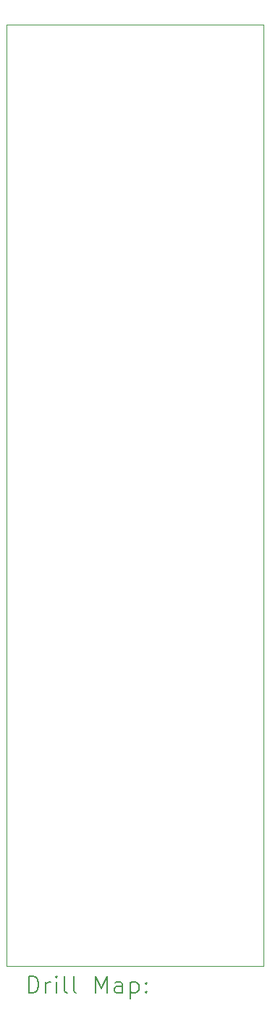
<source format=gbr>
%TF.GenerationSoftware,KiCad,Pcbnew,8.0.2-1*%
%TF.CreationDate,2024-09-25T20:59:36+02:00*%
%TF.ProjectId,wavefolder,77617665-666f-46c6-9465-722e6b696361,rev?*%
%TF.SameCoordinates,Original*%
%TF.FileFunction,Drillmap*%
%TF.FilePolarity,Positive*%
%FSLAX45Y45*%
G04 Gerber Fmt 4.5, Leading zero omitted, Abs format (unit mm)*
G04 Created by KiCad (PCBNEW 8.0.2-1) date 2024-09-25 20:59:36*
%MOMM*%
%LPD*%
G01*
G04 APERTURE LIST*
%ADD10C,0.100000*%
%ADD11C,0.200000*%
G04 APERTURE END LIST*
D10*
X10000000Y-5000000D02*
X13000000Y-5000000D01*
X13000000Y-16000000D01*
X10000000Y-16000000D01*
X10000000Y-5000000D01*
D11*
X10255777Y-16316484D02*
X10255777Y-16116484D01*
X10255777Y-16116484D02*
X10303396Y-16116484D01*
X10303396Y-16116484D02*
X10331967Y-16126008D01*
X10331967Y-16126008D02*
X10351015Y-16145055D01*
X10351015Y-16145055D02*
X10360539Y-16164103D01*
X10360539Y-16164103D02*
X10370063Y-16202198D01*
X10370063Y-16202198D02*
X10370063Y-16230769D01*
X10370063Y-16230769D02*
X10360539Y-16268865D01*
X10360539Y-16268865D02*
X10351015Y-16287912D01*
X10351015Y-16287912D02*
X10331967Y-16306960D01*
X10331967Y-16306960D02*
X10303396Y-16316484D01*
X10303396Y-16316484D02*
X10255777Y-16316484D01*
X10455777Y-16316484D02*
X10455777Y-16183150D01*
X10455777Y-16221246D02*
X10465301Y-16202198D01*
X10465301Y-16202198D02*
X10474824Y-16192674D01*
X10474824Y-16192674D02*
X10493872Y-16183150D01*
X10493872Y-16183150D02*
X10512920Y-16183150D01*
X10579586Y-16316484D02*
X10579586Y-16183150D01*
X10579586Y-16116484D02*
X10570063Y-16126008D01*
X10570063Y-16126008D02*
X10579586Y-16135531D01*
X10579586Y-16135531D02*
X10589110Y-16126008D01*
X10589110Y-16126008D02*
X10579586Y-16116484D01*
X10579586Y-16116484D02*
X10579586Y-16135531D01*
X10703396Y-16316484D02*
X10684348Y-16306960D01*
X10684348Y-16306960D02*
X10674824Y-16287912D01*
X10674824Y-16287912D02*
X10674824Y-16116484D01*
X10808158Y-16316484D02*
X10789110Y-16306960D01*
X10789110Y-16306960D02*
X10779586Y-16287912D01*
X10779586Y-16287912D02*
X10779586Y-16116484D01*
X11036729Y-16316484D02*
X11036729Y-16116484D01*
X11036729Y-16116484D02*
X11103396Y-16259341D01*
X11103396Y-16259341D02*
X11170063Y-16116484D01*
X11170063Y-16116484D02*
X11170063Y-16316484D01*
X11351015Y-16316484D02*
X11351015Y-16211722D01*
X11351015Y-16211722D02*
X11341491Y-16192674D01*
X11341491Y-16192674D02*
X11322443Y-16183150D01*
X11322443Y-16183150D02*
X11284348Y-16183150D01*
X11284348Y-16183150D02*
X11265301Y-16192674D01*
X11351015Y-16306960D02*
X11331967Y-16316484D01*
X11331967Y-16316484D02*
X11284348Y-16316484D01*
X11284348Y-16316484D02*
X11265301Y-16306960D01*
X11265301Y-16306960D02*
X11255777Y-16287912D01*
X11255777Y-16287912D02*
X11255777Y-16268865D01*
X11255777Y-16268865D02*
X11265301Y-16249817D01*
X11265301Y-16249817D02*
X11284348Y-16240293D01*
X11284348Y-16240293D02*
X11331967Y-16240293D01*
X11331967Y-16240293D02*
X11351015Y-16230769D01*
X11446253Y-16183150D02*
X11446253Y-16383150D01*
X11446253Y-16192674D02*
X11465301Y-16183150D01*
X11465301Y-16183150D02*
X11503396Y-16183150D01*
X11503396Y-16183150D02*
X11522443Y-16192674D01*
X11522443Y-16192674D02*
X11531967Y-16202198D01*
X11531967Y-16202198D02*
X11541491Y-16221246D01*
X11541491Y-16221246D02*
X11541491Y-16278388D01*
X11541491Y-16278388D02*
X11531967Y-16297436D01*
X11531967Y-16297436D02*
X11522443Y-16306960D01*
X11522443Y-16306960D02*
X11503396Y-16316484D01*
X11503396Y-16316484D02*
X11465301Y-16316484D01*
X11465301Y-16316484D02*
X11446253Y-16306960D01*
X11627205Y-16297436D02*
X11636729Y-16306960D01*
X11636729Y-16306960D02*
X11627205Y-16316484D01*
X11627205Y-16316484D02*
X11617682Y-16306960D01*
X11617682Y-16306960D02*
X11627205Y-16297436D01*
X11627205Y-16297436D02*
X11627205Y-16316484D01*
X11627205Y-16192674D02*
X11636729Y-16202198D01*
X11636729Y-16202198D02*
X11627205Y-16211722D01*
X11627205Y-16211722D02*
X11617682Y-16202198D01*
X11617682Y-16202198D02*
X11627205Y-16192674D01*
X11627205Y-16192674D02*
X11627205Y-16211722D01*
M02*

</source>
